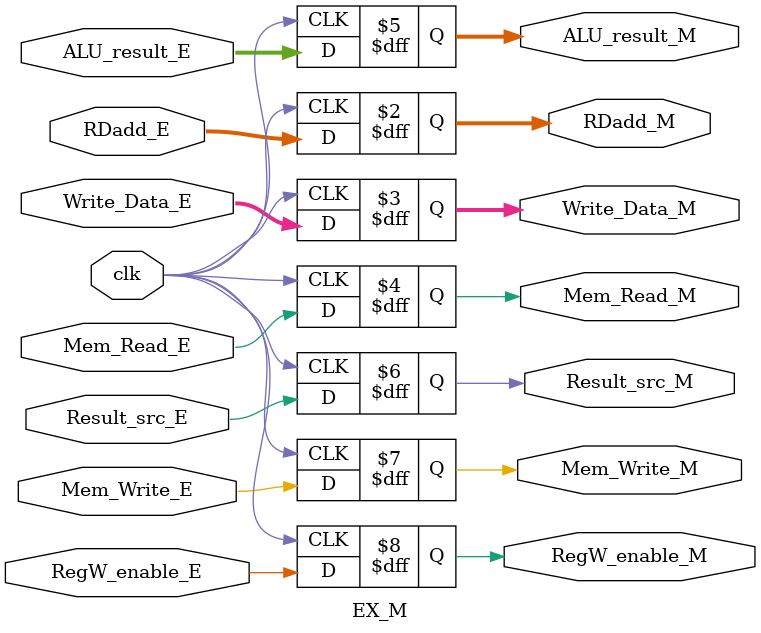
<source format=v>
module EX_M(
	input			clk,
	input			RegW_enable_E,
	input			Mem_Write_E,
	input			Mem_Read_E,
	input			Result_src_E,
	input		[31:0]	ALU_result_E,
	input		[31:0]	Write_Data_E,
	input		[4:0]	RDadd_E,
	output	reg	[4:0]	RDadd_M,
	output	reg	[31:0]	Write_Data_M,
	output	reg		Mem_Read_M,
	output	reg	[31:0]	ALU_result_M,
	output	reg		Result_src_M,
	output	reg		Mem_Write_M,
	output	reg		RegW_enable_M
);

always @(posedge clk) begin
	RegW_enable_M	<= RegW_enable_E;
	Mem_Write_M	<= Mem_Write_E;
	Mem_Read_M	<= Mem_Read_E;
	Result_src_M	<= Result_src_E;
	ALU_result_M	<= ALU_result_E;
	Write_Data_M	<= Write_Data_E;
	RDadd_M		<= RDadd_E;
end

endmodule
</source>
